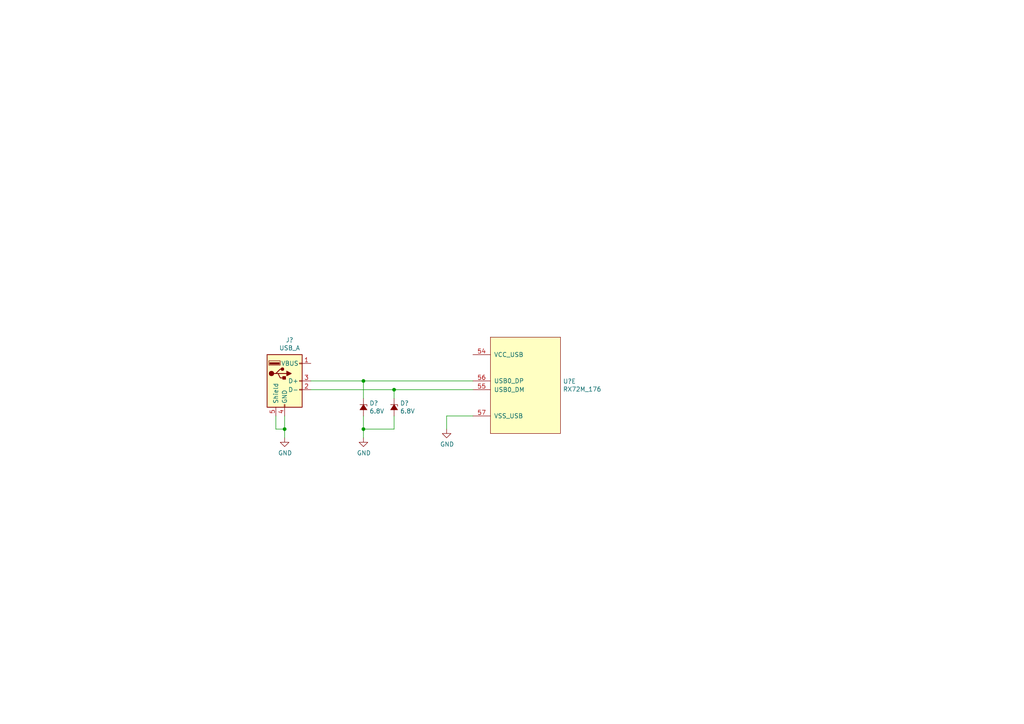
<source format=kicad_sch>
(kicad_sch (version 20211123) (generator eeschema)
  (paper "A4")
  (lib_symbols
    (symbol "Connector:USB_A" (pin_names (offset 1.016))
      (property "Reference" "J" (at -5.08 11.43 0))
      (property "Value" "USB_A" (at -5.08 8.89 0))
      (symbol "USB_A_0_1"
        (rectangle (start -5.08 -7.62) (end 5.08 7.62) (stroke (width 0.254)) (fill (type background)))
        (circle (center -3.81 2.159) (radius 0.635) (stroke (width 0.254)) (fill (type outline)))
        (rectangle (start -1.524 4.826) (end -4.318 5.334) (fill (type outline)))
        (rectangle (start -1.27 4.572) (end -4.572 5.842))
        (circle (center -0.635 3.429) (radius 0.381) (stroke (width 0.254)) (fill (type outline)))
        (rectangle (start -0.127 -7.62) (end 0.127 -6.858))
        (polyline (pts (xy -3.175 2.159) (xy -2.54 2.159) (xy -1.27 3.429) (xy -0.635 3.429)) (stroke (width 0.254)))
        (polyline (pts (xy -2.54 2.159) (xy -1.905 2.159) (xy -1.27 0.889) (xy 0 0.889)) (stroke (width 0.254)))
        (polyline (pts (xy 0.635 2.794) (xy 0.635 1.524) (xy 1.905 2.159) (xy 0.635 2.794)) (stroke (width 0.254)) (fill (type outline)))
        (rectangle (start 0.254 1.27) (end -0.508 0.508) (stroke (width 0.254)) (fill (type outline)))
        (rectangle (start 5.08 -2.667) (end 4.318 -2.413))
        (rectangle (start 5.08 -0.127) (end 4.318 0.127))
        (rectangle (start 5.08 4.953) (end 4.318 5.207))
      )
      (symbol "USB_A_1_1"
        (polyline (pts (xy -1.905 2.159) (xy 0.635 2.159)) (stroke (width 0.254)))
        (pin power_in line (at 7.62 5.08 180) (length 2.54) (name "VBUS") (number "1"))
        (pin bidirectional line (at 7.62 -2.54 180) (length 2.54) (name "D-") (number "2"))
        (pin bidirectional line (at 7.62 0 180) (length 2.54) (name "D+") (number "3"))
        (pin power_in line (at 0 -10.16 90) (length 2.54) (name "GND") (number "4"))
        (pin passive line (at -2.54 -10.16 90) (length 2.54) (name "Shield") (number "5"))
      )
    )
    (symbol "Device:D_Zener_Small_ALT" (pin_numbers hide) (pin_names (offset 0.254) hide)
      (property "Reference" "D" (at 0 2.286 0))
      (property "Value" "Device_D_Zener_Small_ALT" (at 0 -2.286 0))
      (symbol "D_Zener_Small_ALT_0_1"
        (polyline (pts (xy 0.762 0) (xy -0.762 0)))
        (polyline (pts (xy -0.254 1.016) (xy -0.762 1.016) (xy -0.762 -1.016)))
        (polyline (pts (xy 0.762 1.016) (xy -0.762 0) (xy 0.762 -1.016) (xy 0.762 1.016)) (fill (type outline)))
      )
      (symbol "D_Zener_Small_ALT_1_1"
        (pin passive line (at -2.54 0 0) (length 1.778) (name "K") (number "1"))
        (pin passive line (at 2.54 0 180) (length 1.778) (name "A") (number "2"))
      )
    )
    (symbol "power:GND" (power) (pin_names (offset 0))
      (property "Value" "GND" (at 0 -3.81 0))
      (symbol "GND_0_1"
        (polyline (pts (xy 0 0) (xy 0 -1.27) (xy 1.27 -1.27) (xy 0 -2.54) (xy -1.27 -1.27) (xy 0 -1.27)))
      )
      (symbol "GND_1_1"
        (pin power_in line (at 0 0 270) (length 0) hide (name "GND") (number "1"))
      )
    )
    (symbol "renesas:RX72M_176" (pin_names (offset 1.016))
      (property "Reference" "U" (at 0 53.34 0))
      (property "Value" "renesas_RX72M_176" (at 0 -53.34 0))
      (symbol "RX72M_176_1_1"
        (rectangle (start -10.16 12.7) (end 10.16 -12.7) (fill (type background)))
        (pin bidirectional line (at -15.24 0 0) (length 5.08) (name "EMLE") (number "10"))
        (pin bidirectional line (at -15.24 -5.08 0) (length 5.08) (name "MD/FINED") (number "18"))
        (pin passive line (at 15.24 7.62 180) (length 5.08) (name "XCIN") (number "19"))
        (pin passive line (at 15.24 2.54 180) (length 5.08) (name "XCOUT") (number "20"))
        (pin input line (at -15.24 5.08 0) (length 5.08) (name "~{RES}") (number "21"))
        (pin passive line (at 15.24 -2.54 180) (length 5.08) (name "XTAL") (number "22"))
        (pin passive line (at 15.24 -7.62 180) (length 5.08) (name "EXTAL") (number "24"))
      )
      (symbol "RX72M_176_2_1"
        (rectangle (start -10.16 52.07) (end 10.16 -52.07) (fill (type background)))
        (pin bidirectional line (at 15.24 41.91 180) (length 5.08) (name "P72") (number "101"))
        (pin bidirectional line (at 15.24 44.45 180) (length 5.08) (name "P71") (number "102"))
        (pin bidirectional line (at 15.24 3.81 180) (length 5.08) (name "P67") (number "120"))
        (pin bidirectional line (at 15.24 6.35 180) (length 5.08) (name "P66") (number "122"))
        (pin bidirectional line (at 15.24 8.89 180) (length 5.08) (name "P65") (number "124"))
        (pin bidirectional line (at 15.24 46.99 180) (length 5.08) (name "P70") (number "128"))
        (pin bidirectional line (at 15.24 11.43 180) (length 5.08) (name "P64") (number "136"))
        (pin bidirectional line (at 15.24 13.97 180) (length 5.08) (name "P63") (number "137"))
        (pin bidirectional line (at 15.24 16.51 180) (length 5.08) (name "P62") (number "138"))
        (pin bidirectional line (at 15.24 19.05 180) (length 5.08) (name "P61") (number "139"))
        (pin bidirectional line (at 15.24 21.59 180) (length 5.08) (name "P60") (number "141"))
        (pin bidirectional line (at 15.24 -46.99 180) (length 5.08) (name "P47") (number "165"))
        (pin bidirectional line (at 15.24 -44.45 180) (length 5.08) (name "P46") (number "166"))
        (pin bidirectional line (at 15.24 -41.91 180) (length 5.08) (name "P45") (number "167"))
        (pin bidirectional line (at 15.24 -39.37 180) (length 5.08) (name "P44") (number "168"))
        (pin bidirectional line (at 15.24 -36.83 180) (length 5.08) (name "P43") (number "169"))
        (pin bidirectional line (at 15.24 -34.29 180) (length 5.08) (name "P42") (number "170"))
        (pin bidirectional line (at 15.24 -31.75 180) (length 5.08) (name "P41") (number "171"))
        (pin bidirectional line (at 15.24 -29.21 180) (length 5.08) (name "P40") (number "173"))
        (pin bidirectional line (at -15.24 29.21 0) (length 5.08) (name "P07") (number "176"))
        (pin bidirectional line (at -15.24 34.29 0) (length 5.08) (name "P05") (number "2"))
        (pin bidirectional line (at -15.24 -41.91 0) (length 5.08) (name "P35") (number "26"))
        (pin bidirectional line (at -15.24 -39.37 0) (length 5.08) (name "P34") (number "27"))
        (pin bidirectional line (at -15.24 -36.83 0) (length 5.08) (name "P33") (number "28"))
        (pin bidirectional line (at -15.24 -34.29 0) (length 5.08) (name "P32") (number "29"))
        (pin bidirectional line (at -15.24 -31.75 0) (length 5.08) (name "P31") (number "32"))
        (pin bidirectional line (at -15.24 -29.21 0) (length 5.08) (name "P30") (number "33"))
        (pin bidirectional line (at -15.24 -21.59 0) (length 5.08) (name "P27") (number "36"))
        (pin bidirectional line (at -15.24 -19.05 0) (length 5.08) (name "P26") (number "37"))
        (pin bidirectional line (at -15.24 -16.51 0) (length 5.08) (name "P25") (number "38"))
        (pin bidirectional line (at -15.24 39.37 0) (length 5.08) (name "P03") (number "4"))
        (pin bidirectional line (at -15.24 -13.97 0) (length 5.08) (name "P24") (number "40"))
        (pin bidirectional line (at -15.24 -11.43 0) (length 5.08) (name "P23") (number "42"))
        (pin bidirectional line (at -15.24 -8.89 0) (length 5.08) (name "P22") (number "43"))
        (pin bidirectional line (at -15.24 -6.35 0) (length 5.08) (name "P21") (number "44"))
        (pin bidirectional line (at -15.24 -3.81 0) (length 5.08) (name "P20") (number "45"))
        (pin bidirectional line (at -15.24 3.81 0) (length 5.08) (name "P17") (number "46"))
        (pin bidirectional line (at -15.24 6.35 0) (length 5.08) (name "P16") (number "48"))
        (pin bidirectional line (at -15.24 8.89 0) (length 5.08) (name "P15") (number "50"))
        (pin bidirectional line (at -15.24 11.43 0) (length 5.08) (name "P14") (number "51"))
        (pin bidirectional line (at -15.24 13.97 0) (length 5.08) (name "P13") (number "52"))
        (pin bidirectional line (at -15.24 16.51 0) (length 5.08) (name "P12") (number "53"))
        (pin bidirectional line (at -15.24 41.91 0) (length 5.08) (name "P02") (number "6"))
        (pin bidirectional line (at 15.24 -21.59 180) (length 5.08) (name "P57") (number "63"))
        (pin bidirectional line (at 15.24 -19.05 180) (length 5.08) (name "P56") (number "64"))
        (pin bidirectional line (at 15.24 -16.51 180) (length 5.08) (name "P55") (number "65"))
        (pin bidirectional line (at 15.24 -13.97 180) (length 5.08) (name "P54") (number "66"))
        (pin bidirectional line (at -15.24 19.05 0) (length 5.08) (name "P11") (number "67"))
        (pin bidirectional line (at -15.24 21.59 0) (length 5.08) (name "P10") (number "68"))
        (pin bidirectional line (at 15.24 -11.43 180) (length 5.08) (name "P53") (number "69"))
        (pin bidirectional line (at -15.24 44.45 0) (length 5.08) (name "P01") (number "7"))
        (pin bidirectional line (at 15.24 -8.89 180) (length 5.08) (name "P52") (number "70"))
        (pin bidirectional line (at 15.24 -6.35 180) (length 5.08) (name "P51") (number "71"))
        (pin bidirectional line (at 15.24 -3.81 180) (length 5.08) (name "P50") (number "72"))
        (pin bidirectional line (at -15.24 46.99 0) (length 5.08) (name "P00") (number "8"))
        (pin bidirectional line (at 15.24 29.21 180) (length 5.08) (name "P77") (number "84"))
        (pin bidirectional line (at 15.24 31.75 180) (length 5.08) (name "P76") (number "85"))
        (pin bidirectional line (at 15.24 34.29 180) (length 5.08) (name "P75") (number "87"))
        (pin bidirectional line (at 15.24 36.83 180) (length 5.08) (name "P74") (number "88"))
        (pin bidirectional line (at 15.24 39.37 180) (length 5.08) (name "P73") (number "93"))
      )
      (symbol "RX72M_176_3_1"
        (rectangle (start -10.16 52.07) (end 10.16 -52.07) (fill (type background)))
        (pin bidirectional line (at -15.24 -31.75 0) (length 5.08) (name "PB1") (number "100"))
        (pin bidirectional line (at -15.24 -29.21 0) (length 5.08) (name "PB0") (number "104"))
        (pin bidirectional line (at -15.24 -21.59 0) (length 5.08) (name "PA7") (number "106"))
        (pin bidirectional line (at -15.24 -19.05 0) (length 5.08) (name "PA6") (number "107"))
        (pin bidirectional line (at -15.24 -16.51 0) (length 5.08) (name "PA5") (number "108"))
        (pin bidirectional line (at -15.24 -13.97 0) (length 5.08) (name "PA4") (number "109"))
        (pin bidirectional line (at -15.24 -11.43 0) (length 5.08) (name "PA3") (number "110"))
        (pin bidirectional line (at -15.24 -8.89 0) (length 5.08) (name "PA2") (number "112"))
        (pin bidirectional line (at -15.24 -6.35 0) (length 5.08) (name "PA1") (number "114"))
        (pin bidirectional line (at -15.24 -3.81 0) (length 5.08) (name "PA0") (number "118"))
        (pin bidirectional line (at 15.24 3.81 180) (length 5.08) (name "PE7") (number "125"))
        (pin bidirectional line (at 15.24 6.35 180) (length 5.08) (name "PE6") (number "126"))
        (pin bidirectional line (at 15.24 8.89 180) (length 5.08) (name "PE5") (number "130"))
        (pin bidirectional line (at 15.24 11.43 180) (length 5.08) (name "PE4") (number "131"))
        (pin bidirectional line (at 15.24 13.97 180) (length 5.08) (name "PE3") (number "132"))
        (pin bidirectional line (at 15.24 16.51 180) (length 5.08) (name "PE2") (number "133"))
        (pin bidirectional line (at 15.24 19.05 180) (length 5.08) (name "PE1") (number "134"))
        (pin bidirectional line (at 15.24 21.59 180) (length 5.08) (name "PE0") (number "135"))
        (pin bidirectional line (at 15.24 -21.59 180) (length 5.08) (name "PD7") (number "143"))
        (pin bidirectional line (at 15.24 -19.05 180) (length 5.08) (name "PD6") (number "145"))
        (pin bidirectional line (at 15.24 -16.51 180) (length 5.08) (name "PD5") (number "147"))
        (pin bidirectional line (at 15.24 -13.97 180) (length 5.08) (name "PD4") (number "148"))
        (pin bidirectional line (at -15.24 3.81 0) (length 5.08) (name "P97") (number "149"))
        (pin bidirectional line (at 15.24 -11.43 180) (length 5.08) (name "PD3") (number "150"))
        (pin bidirectional line (at -15.24 6.35 0) (length 5.08) (name "P96") (number "152"))
        (pin bidirectional line (at 15.24 -8.89 180) (length 5.08) (name "PD2") (number "154"))
        (pin bidirectional line (at -15.24 8.89 0) (length 5.08) (name "P95") (number "155"))
        (pin bidirectional line (at 15.24 -6.35 180) (length 5.08) (name "PD1") (number "156"))
        (pin bidirectional line (at -15.24 11.43 0) (length 5.08) (name "P94") (number "157"))
        (pin bidirectional line (at 15.24 -3.81 180) (length 5.08) (name "PD0") (number "158"))
        (pin bidirectional line (at -15.24 13.97 0) (length 5.08) (name "P93") (number "159"))
        (pin bidirectional line (at -15.24 16.51 0) (length 5.08) (name "P92") (number "160"))
        (pin bidirectional line (at -15.24 19.05 0) (length 5.08) (name "P91") (number "161"))
        (pin bidirectional line (at -15.24 21.59 0) (length 5.08) (name "P90") (number "163"))
        (pin bidirectional line (at 15.24 36.83 180) (length 5.08) (name "PF4") (number "17"))
        (pin bidirectional line (at 15.24 39.37 180) (length 5.08) (name "PF3") (number "30"))
        (pin bidirectional line (at 15.24 41.91 180) (length 5.08) (name "PF2") (number "31"))
        (pin bidirectional line (at 15.24 44.45 180) (length 5.08) (name "PF1") (number "34"))
        (pin bidirectional line (at 15.24 46.99 180) (length 5.08) (name "PF0") (number "35"))
        (pin bidirectional line (at -15.24 29.21 0) (length 5.08) (name "P87") (number "47"))
        (pin bidirectional line (at -15.24 31.75 0) (length 5.08) (name "P86") (number "49"))
        (pin bidirectional line (at -15.24 34.29 0) (length 5.08) (name "P85") (number "61"))
        (pin bidirectional line (at -15.24 36.83 0) (length 5.08) (name "P84") (number "62"))
        (pin bidirectional line (at -15.24 39.37 0) (length 5.08) (name "P83") (number "74"))
        (pin bidirectional line (at 15.24 -46.99 180) (length 5.08) (name "PC7") (number "76"))
        (pin bidirectional line (at 15.24 -44.45 180) (length 5.08) (name "PC6") (number "77"))
        (pin bidirectional line (at 15.24 -41.91 180) (length 5.08) (name "PC5") (number "78"))
        (pin bidirectional line (at -15.24 41.91 0) (length 5.08) (name "P82") (number "79"))
        (pin bidirectional line (at -15.24 44.45 0) (length 5.08) (name "P81") (number "80"))
        (pin bidirectional line (at -15.24 46.99 0) (length 5.08) (name "P80") (number "81"))
        (pin bidirectional line (at 15.24 -39.37 180) (length 5.08) (name "PC4") (number "82"))
        (pin bidirectional line (at 15.24 -36.83 180) (length 5.08) (name "PC3") (number "83"))
        (pin bidirectional line (at 15.24 -34.29 180) (length 5.08) (name "PC2") (number "86"))
        (pin bidirectional line (at 15.24 -31.75 180) (length 5.08) (name "PC1") (number "89"))
        (pin bidirectional line (at 15.24 34.29 180) (length 5.08) (name "PF5") (number "9"))
        (pin bidirectional line (at 15.24 -29.21 180) (length 5.08) (name "PC0") (number "91"))
        (pin bidirectional line (at -15.24 -46.99 0) (length 5.08) (name "PB7") (number "94"))
        (pin bidirectional line (at -15.24 -44.45 0) (length 5.08) (name "PB6") (number "95"))
        (pin bidirectional line (at -15.24 -41.91 0) (length 5.08) (name "PB5") (number "96"))
        (pin bidirectional line (at -15.24 -39.37 0) (length 5.08) (name "PB4") (number "97"))
        (pin bidirectional line (at -15.24 -36.83 0) (length 5.08) (name "PB3") (number "98"))
        (pin bidirectional line (at -15.24 -34.29 0) (length 5.08) (name "PB2") (number "99"))
      )
      (symbol "RX72M_176_4_1"
        (rectangle (start -10.16 13.97) (end 10.16 -13.97) (fill (type background)))
        (pin bidirectional line (at 15.24 -3.81 180) (length 5.08) (name "PJ5") (number "11"))
        (pin bidirectional line (at -15.24 -8.89 0) (length 5.08) (name "PG7") (number "111"))
        (pin bidirectional line (at -15.24 -6.35 0) (length 5.08) (name "PG6") (number "113"))
        (pin bidirectional line (at -15.24 -3.81 0) (length 5.08) (name "PG5") (number "116"))
        (pin bidirectional line (at -15.24 -1.27 0) (length 5.08) (name "PG4") (number "119"))
        (pin bidirectional line (at -15.24 1.27 0) (length 5.08) (name "PG3") (number "121"))
        (pin bidirectional line (at -15.24 3.81 0) (length 5.08) (name "PG2") (number "123"))
        (pin bidirectional line (at 15.24 1.27 180) (length 5.08) (name "PJ3") (number "13"))
        (pin bidirectional line (at -15.24 6.35 0) (length 5.08) (name "PG1") (number "144"))
        (pin bidirectional line (at -15.24 8.89 0) (length 5.08) (name "PG0") (number "146"))
        (pin bidirectional line (at 15.24 3.81 180) (length 5.08) (name "PJ2") (number "58"))
        (pin bidirectional line (at 15.24 6.35 180) (length 5.08) (name "PJ1") (number "59"))
        (pin bidirectional line (at 15.24 8.89 180) (length 5.08) (name "PJ0") (number "60"))
      )
      (symbol "RX72M_176_5_1"
        (rectangle (start -10.16 13.97) (end 10.16 -13.97) (fill (type background)))
        (pin input line (at -15.24 8.89 0) (length 5.08) (name "VCC_USB") (number "54"))
        (pin input line (at -15.24 -1.27 0) (length 5.08) (name "USB0_DM") (number "55"))
        (pin input line (at -15.24 1.27 0) (length 5.08) (name "USB0_DP") (number "56"))
        (pin input line (at -15.24 -8.89 0) (length 5.08) (name "VSS_USB") (number "57"))
      )
      (symbol "RX72M_176_6_1"
        (rectangle (start -20.32 20.32) (end 20.32 -20.32) (fill (type background)))
        (pin input line (at 25.4 -7.62 180) (length 5.08) (name "AVSS0") (number "1"))
        (pin power_in line (at -1.27 25.4 270) (length 5.08) (name "VCC") (number "103"))
        (pin power_in line (at 0 -25.4 90) (length 5.08) (name "VSS") (number "105"))
        (pin power_in line (at 1.27 25.4 270) (length 5.08) (name "VCC") (number "115"))
        (pin power_in line (at 2.54 -25.4 90) (length 5.08) (name "VSS") (number "117"))
        (pin power_in line (at -12.7 -25.4 90) (length 5.08) (name "VSS") (number "12"))
        (pin power_in line (at 3.81 25.4 270) (length 5.08) (name "VCC") (number "127"))
        (pin power_in line (at 5.08 -25.4 90) (length 5.08) (name "VSS") (number "129"))
        (pin input line (at -25.4 5.08 0) (length 5.08) (name "VCL") (number "14"))
        (pin power_in line (at 7.62 -25.4 90) (length 5.08) (name "VSS") (number "140"))
        (pin power_in line (at 6.35 25.4 270) (length 5.08) (name "VCC") (number "142"))
        (pin input line (at -25.4 -5.08 0) (length 5.08) (name "VBATT") (number "15"))
        (pin power_in line (at 10.16 -25.4 90) (length 5.08) (name "VSS") (number "151"))
        (pin power_in line (at 8.89 25.4 270) (length 5.08) (name "VCC") (number "153"))
        (pin no_connect line (at -25.4 -12.7 0) (length 5.08) (name "NC") (number "16"))
        (pin power_in line (at 12.7 -25.4 90) (length 5.08) (name "VSS") (number "162"))
        (pin power_in line (at 11.43 25.4 270) (length 5.08) (name "VCC") (number "164"))
        (pin input line (at 25.4 -2.54 180) (length 5.08) (name "VREFL0") (number "172"))
        (pin input line (at 25.4 2.54 180) (length 5.08) (name "VREFH0") (number "174"))
        (pin input line (at 25.4 10.16 180) (length 5.08) (name "AVCC0") (number "175"))
        (pin power_in line (at -10.16 -25.4 90) (length 5.08) (name "VSS") (number "23"))
        (pin power_in line (at -11.43 25.4 270) (length 5.08) (name "VCC") (number "25"))
        (pin input line (at 25.4 7.62 180) (length 5.08) (name "AVCC1") (number "3"))
        (pin power_in line (at -8.89 25.4 270) (length 5.08) (name "VCC") (number "39"))
        (pin power_in line (at -7.62 -25.4 90) (length 5.08) (name "VSS") (number "41"))
        (pin input line (at 25.4 -10.16 180) (length 5.08) (name "AVSS1") (number "5"))
        (pin power_in line (at -5.08 -25.4 90) (length 5.08) (name "VSS") (number "73"))
        (pin power_in line (at -6.35 25.4 270) (length 5.08) (name "VCC") (number "75"))
        (pin power_in line (at -3.81 25.4 270) (length 5.08) (name "VCC") (number "90"))
        (pin power_in line (at -2.54 -25.4 90) (length 5.08) (name "VSS") (number "92"))
      )
    )
  )
  (junction (at 114.3 113.03))
  (junction (at 105.41 110.49))
  (junction (at 82.55 124.46))
  (junction (at 105.41 124.46))
  (wire (pts (xy 105.41 124.46) (xy 114.3 124.46)))
  (wire (pts (xy 105.41 124.46) (xy 105.41 127)))
  (wire (pts (xy 82.55 124.46) (xy 80.01 124.46)))
  (wire (pts (xy 82.55 124.46) (xy 82.55 127)))
  (wire (pts (xy 90.17 113.03) (xy 114.3 113.03)))
  (wire (pts (xy 114.3 113.03) (xy 114.3 115.57)))
  (wire (pts (xy 105.41 110.49) (xy 137.16 110.49)))
  (wire (pts (xy 114.3 113.03) (xy 137.16 113.03)))
  (wire (pts (xy 114.3 124.46) (xy 114.3 120.65)))
  (wire (pts (xy 105.41 120.65) (xy 105.41 124.46)))
  (wire (pts (xy 129.54 120.65) (xy 137.16 120.65)))
  (wire (pts (xy 129.54 124.46) (xy 129.54 120.65)))
  (wire (pts (xy 80.01 124.46) (xy 80.01 120.65)))
  (wire (pts (xy 82.55 120.65) (xy 82.55 124.46)))
  (wire (pts (xy 105.41 115.57) (xy 105.41 110.49)))
  (wire (pts (xy 90.17 110.49) (xy 105.41 110.49)))
  (symbol (lib_id "Connector:USB_A") (at 82.55 110.49 0) (unit 1)
    (property "Reference" "J?" (at 83.9978 98.6282 0))
    (property "Value" "USB_A" (at 83.9978 100.9396 0))
    (property "Datasheet" " ~" (effects hide))
  )
  (symbol (lib_id "power:GND") (at 82.55 127 0) (unit 1)
    (property "Reference" "#PWR?" (effects hide))
    (property "Value" "GND" (at 82.677 131.3942 0))
  )
  (symbol (lib_id "Device:D_Zener_Small_ALT") (at 105.41 118.11 270) (unit 1)
    (property "Reference" "D?" (at 107.1372 116.9416 90) (effects (justify left)))
    (property "Value" "6.8V" (at 107.1372 119.253 90) (effects (justify left)))
  )
  (symbol (lib_id "Device:D_Zener_Small_ALT") (at 114.3 118.11 270) (unit 1)
    (property "Reference" "D?" (at 116.0272 116.9416 90) (effects (justify left)))
    (property "Value" "6.8V" (at 116.0272 119.253 90) (effects (justify left)))
  )
  (symbol (lib_id "power:GND") (at 105.41 127 0) (unit 1)
    (property "Reference" "#PWR?" (effects hide))
    (property "Value" "GND" (at 105.537 131.3942 0))
  )
  (symbol (lib_id "power:GND") (at 129.54 124.46 0) (unit 1)
    (property "Reference" "#PWR?" (effects hide))
    (property "Value" "GND" (at 129.667 128.8542 0))
  )
  (symbol (lib_id "renesas:RX72M_176") (at 152.4 111.76 0) (unit 5)
    (property "Reference" "U?" (at 163.2712 110.5916 0) (effects (justify left)))
    (property "Value" "RX72M_176" (at 163.2712 112.903 0) (effects (justify left)))
    (property "Footprint" "Package_QFP:LQFP-176_24x24mm_P0.5mm" (effects hide))
  )
)
</source>
